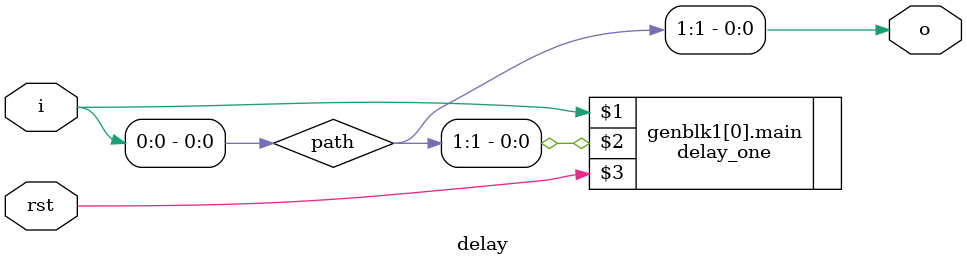
<source format=sv>
`ifndef __delay

`include "delay_one.v"

module delay #(
    parameter T = 32'b1,

    parameter Rval = 1'b0, // reset value
    parameter Rpol = 1'b0  // reset polarity (rst=rpol => reset)
  ) (
  input i,
  output o,
  input rst);

  wire [T:0] path;

  assign path[0] = i;
  assign o = path[T];

  genvar gen_i;
  generate
    for (gen_i = 0; gen_i < T; gen_i = gen_i + 1) begin
      delay_one #(.Rval(Rval), .Rpol(Rpol)) main (path[gen_i], path[gen_i+1], rst);
    end
  endgenerate

endmodule

`define __delay
`endif

</source>
